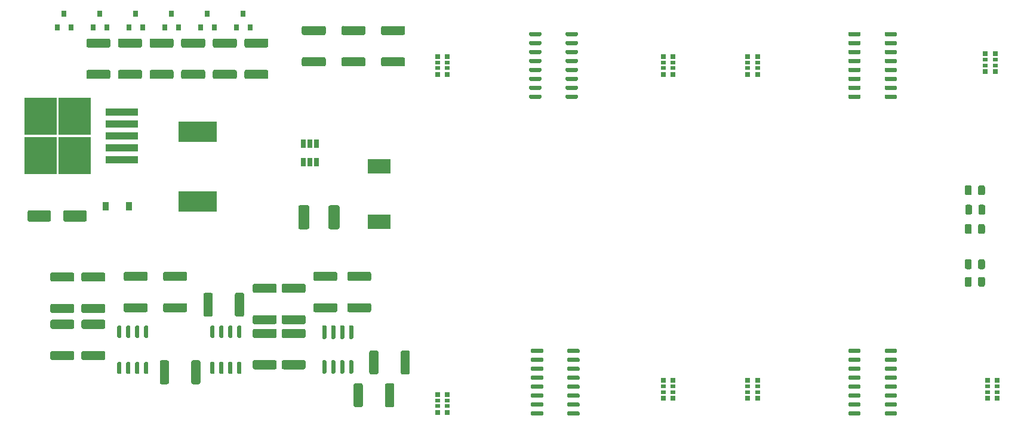
<source format=gtp>
%TF.GenerationSoftware,KiCad,Pcbnew,(5.1.12)-1*%
%TF.CreationDate,2023-05-21T12:59:29+02:00*%
%TF.ProjectId,roomcontroller,726f6f6d-636f-46e7-9472-6f6c6c65722e,rev?*%
%TF.SameCoordinates,Original*%
%TF.FileFunction,Paste,Top*%
%TF.FilePolarity,Positive*%
%FSLAX46Y46*%
G04 Gerber Fmt 4.6, Leading zero omitted, Abs format (unit mm)*
G04 Created by KiCad (PCBNEW (5.1.12)-1) date 2023-05-21 12:59:29*
%MOMM*%
%LPD*%
G01*
G04 APERTURE LIST*
%ADD10R,0.700000X0.640000*%
%ADD11R,0.700000X0.500000*%
%ADD12R,5.400000X2.900000*%
%ADD13R,3.200000X2.000000*%
%ADD14R,0.650000X1.220000*%
%ADD15R,0.800000X0.900000*%
%ADD16R,4.550000X5.250000*%
%ADD17R,4.600000X1.100000*%
%ADD18R,0.900000X1.200000*%
G04 APERTURE END LIST*
%TO.C,D6*%
G36*
G01*
X161450000Y-63693750D02*
X161450000Y-64606250D01*
G75*
G02*
X161206250Y-64850000I-243750J0D01*
G01*
X160718750Y-64850000D01*
G75*
G02*
X160475000Y-64606250I0J243750D01*
G01*
X160475000Y-63693750D01*
G75*
G02*
X160718750Y-63450000I243750J0D01*
G01*
X161206250Y-63450000D01*
G75*
G02*
X161450000Y-63693750I0J-243750D01*
G01*
G37*
G36*
G01*
X163325000Y-63693750D02*
X163325000Y-64606250D01*
G75*
G02*
X163081250Y-64850000I-243750J0D01*
G01*
X162593750Y-64850000D01*
G75*
G02*
X162350000Y-64606250I0J243750D01*
G01*
X162350000Y-63693750D01*
G75*
G02*
X162593750Y-63450000I243750J0D01*
G01*
X163081250Y-63450000D01*
G75*
G02*
X163325000Y-63693750I0J-243750D01*
G01*
G37*
%TD*%
%TO.C,D5*%
G36*
G01*
X161512500Y-66443750D02*
X161512500Y-67356250D01*
G75*
G02*
X161268750Y-67600000I-243750J0D01*
G01*
X160781250Y-67600000D01*
G75*
G02*
X160537500Y-67356250I0J243750D01*
G01*
X160537500Y-66443750D01*
G75*
G02*
X160781250Y-66200000I243750J0D01*
G01*
X161268750Y-66200000D01*
G75*
G02*
X161512500Y-66443750I0J-243750D01*
G01*
G37*
G36*
G01*
X163387500Y-66443750D02*
X163387500Y-67356250D01*
G75*
G02*
X163143750Y-67600000I-243750J0D01*
G01*
X162656250Y-67600000D01*
G75*
G02*
X162412500Y-67356250I0J243750D01*
G01*
X162412500Y-66443750D01*
G75*
G02*
X162656250Y-66200000I243750J0D01*
G01*
X163143750Y-66200000D01*
G75*
G02*
X163387500Y-66443750I0J-243750D01*
G01*
G37*
%TD*%
%TO.C,D4*%
G36*
G01*
X161450000Y-69193750D02*
X161450000Y-70106250D01*
G75*
G02*
X161206250Y-70350000I-243750J0D01*
G01*
X160718750Y-70350000D01*
G75*
G02*
X160475000Y-70106250I0J243750D01*
G01*
X160475000Y-69193750D01*
G75*
G02*
X160718750Y-68950000I243750J0D01*
G01*
X161206250Y-68950000D01*
G75*
G02*
X161450000Y-69193750I0J-243750D01*
G01*
G37*
G36*
G01*
X163325000Y-69193750D02*
X163325000Y-70106250D01*
G75*
G02*
X163081250Y-70350000I-243750J0D01*
G01*
X162593750Y-70350000D01*
G75*
G02*
X162350000Y-70106250I0J243750D01*
G01*
X162350000Y-69193750D01*
G75*
G02*
X162593750Y-68950000I243750J0D01*
G01*
X163081250Y-68950000D01*
G75*
G02*
X163325000Y-69193750I0J-243750D01*
G01*
G37*
%TD*%
%TO.C,D3*%
G36*
G01*
X161450000Y-74193750D02*
X161450000Y-75106250D01*
G75*
G02*
X161206250Y-75350000I-243750J0D01*
G01*
X160718750Y-75350000D01*
G75*
G02*
X160475000Y-75106250I0J243750D01*
G01*
X160475000Y-74193750D01*
G75*
G02*
X160718750Y-73950000I243750J0D01*
G01*
X161206250Y-73950000D01*
G75*
G02*
X161450000Y-74193750I0J-243750D01*
G01*
G37*
G36*
G01*
X163325000Y-74193750D02*
X163325000Y-75106250D01*
G75*
G02*
X163081250Y-75350000I-243750J0D01*
G01*
X162593750Y-75350000D01*
G75*
G02*
X162350000Y-75106250I0J243750D01*
G01*
X162350000Y-74193750D01*
G75*
G02*
X162593750Y-73950000I243750J0D01*
G01*
X163081250Y-73950000D01*
G75*
G02*
X163325000Y-74193750I0J-243750D01*
G01*
G37*
%TD*%
%TO.C,D2*%
G36*
G01*
X161450000Y-76693750D02*
X161450000Y-77606250D01*
G75*
G02*
X161206250Y-77850000I-243750J0D01*
G01*
X160718750Y-77850000D01*
G75*
G02*
X160475000Y-77606250I0J243750D01*
G01*
X160475000Y-76693750D01*
G75*
G02*
X160718750Y-76450000I243750J0D01*
G01*
X161206250Y-76450000D01*
G75*
G02*
X161450000Y-76693750I0J-243750D01*
G01*
G37*
G36*
G01*
X163325000Y-76693750D02*
X163325000Y-77606250D01*
G75*
G02*
X163081250Y-77850000I-243750J0D01*
G01*
X162593750Y-77850000D01*
G75*
G02*
X162350000Y-77606250I0J243750D01*
G01*
X162350000Y-76693750D01*
G75*
G02*
X162593750Y-76450000I243750J0D01*
G01*
X163081250Y-76450000D01*
G75*
G02*
X163325000Y-76693750I0J-243750D01*
G01*
G37*
%TD*%
%TO.C,U4*%
G36*
G01*
X149100000Y-42105000D02*
X149100000Y-41805000D01*
G75*
G02*
X149250000Y-41655000I150000J0D01*
G01*
X150700000Y-41655000D01*
G75*
G02*
X150850000Y-41805000I0J-150000D01*
G01*
X150850000Y-42105000D01*
G75*
G02*
X150700000Y-42255000I-150000J0D01*
G01*
X149250000Y-42255000D01*
G75*
G02*
X149100000Y-42105000I0J150000D01*
G01*
G37*
G36*
G01*
X149100000Y-43375000D02*
X149100000Y-43075000D01*
G75*
G02*
X149250000Y-42925000I150000J0D01*
G01*
X150700000Y-42925000D01*
G75*
G02*
X150850000Y-43075000I0J-150000D01*
G01*
X150850000Y-43375000D01*
G75*
G02*
X150700000Y-43525000I-150000J0D01*
G01*
X149250000Y-43525000D01*
G75*
G02*
X149100000Y-43375000I0J150000D01*
G01*
G37*
G36*
G01*
X149100000Y-44645000D02*
X149100000Y-44345000D01*
G75*
G02*
X149250000Y-44195000I150000J0D01*
G01*
X150700000Y-44195000D01*
G75*
G02*
X150850000Y-44345000I0J-150000D01*
G01*
X150850000Y-44645000D01*
G75*
G02*
X150700000Y-44795000I-150000J0D01*
G01*
X149250000Y-44795000D01*
G75*
G02*
X149100000Y-44645000I0J150000D01*
G01*
G37*
G36*
G01*
X149100000Y-45915000D02*
X149100000Y-45615000D01*
G75*
G02*
X149250000Y-45465000I150000J0D01*
G01*
X150700000Y-45465000D01*
G75*
G02*
X150850000Y-45615000I0J-150000D01*
G01*
X150850000Y-45915000D01*
G75*
G02*
X150700000Y-46065000I-150000J0D01*
G01*
X149250000Y-46065000D01*
G75*
G02*
X149100000Y-45915000I0J150000D01*
G01*
G37*
G36*
G01*
X149100000Y-47185000D02*
X149100000Y-46885000D01*
G75*
G02*
X149250000Y-46735000I150000J0D01*
G01*
X150700000Y-46735000D01*
G75*
G02*
X150850000Y-46885000I0J-150000D01*
G01*
X150850000Y-47185000D01*
G75*
G02*
X150700000Y-47335000I-150000J0D01*
G01*
X149250000Y-47335000D01*
G75*
G02*
X149100000Y-47185000I0J150000D01*
G01*
G37*
G36*
G01*
X149100000Y-48455000D02*
X149100000Y-48155000D01*
G75*
G02*
X149250000Y-48005000I150000J0D01*
G01*
X150700000Y-48005000D01*
G75*
G02*
X150850000Y-48155000I0J-150000D01*
G01*
X150850000Y-48455000D01*
G75*
G02*
X150700000Y-48605000I-150000J0D01*
G01*
X149250000Y-48605000D01*
G75*
G02*
X149100000Y-48455000I0J150000D01*
G01*
G37*
G36*
G01*
X149100000Y-49725000D02*
X149100000Y-49425000D01*
G75*
G02*
X149250000Y-49275000I150000J0D01*
G01*
X150700000Y-49275000D01*
G75*
G02*
X150850000Y-49425000I0J-150000D01*
G01*
X150850000Y-49725000D01*
G75*
G02*
X150700000Y-49875000I-150000J0D01*
G01*
X149250000Y-49875000D01*
G75*
G02*
X149100000Y-49725000I0J150000D01*
G01*
G37*
G36*
G01*
X149100000Y-50995000D02*
X149100000Y-50695000D01*
G75*
G02*
X149250000Y-50545000I150000J0D01*
G01*
X150700000Y-50545000D01*
G75*
G02*
X150850000Y-50695000I0J-150000D01*
G01*
X150850000Y-50995000D01*
G75*
G02*
X150700000Y-51145000I-150000J0D01*
G01*
X149250000Y-51145000D01*
G75*
G02*
X149100000Y-50995000I0J150000D01*
G01*
G37*
G36*
G01*
X143950000Y-50995000D02*
X143950000Y-50695000D01*
G75*
G02*
X144100000Y-50545000I150000J0D01*
G01*
X145550000Y-50545000D01*
G75*
G02*
X145700000Y-50695000I0J-150000D01*
G01*
X145700000Y-50995000D01*
G75*
G02*
X145550000Y-51145000I-150000J0D01*
G01*
X144100000Y-51145000D01*
G75*
G02*
X143950000Y-50995000I0J150000D01*
G01*
G37*
G36*
G01*
X143950000Y-49725000D02*
X143950000Y-49425000D01*
G75*
G02*
X144100000Y-49275000I150000J0D01*
G01*
X145550000Y-49275000D01*
G75*
G02*
X145700000Y-49425000I0J-150000D01*
G01*
X145700000Y-49725000D01*
G75*
G02*
X145550000Y-49875000I-150000J0D01*
G01*
X144100000Y-49875000D01*
G75*
G02*
X143950000Y-49725000I0J150000D01*
G01*
G37*
G36*
G01*
X143950000Y-48455000D02*
X143950000Y-48155000D01*
G75*
G02*
X144100000Y-48005000I150000J0D01*
G01*
X145550000Y-48005000D01*
G75*
G02*
X145700000Y-48155000I0J-150000D01*
G01*
X145700000Y-48455000D01*
G75*
G02*
X145550000Y-48605000I-150000J0D01*
G01*
X144100000Y-48605000D01*
G75*
G02*
X143950000Y-48455000I0J150000D01*
G01*
G37*
G36*
G01*
X143950000Y-47185000D02*
X143950000Y-46885000D01*
G75*
G02*
X144100000Y-46735000I150000J0D01*
G01*
X145550000Y-46735000D01*
G75*
G02*
X145700000Y-46885000I0J-150000D01*
G01*
X145700000Y-47185000D01*
G75*
G02*
X145550000Y-47335000I-150000J0D01*
G01*
X144100000Y-47335000D01*
G75*
G02*
X143950000Y-47185000I0J150000D01*
G01*
G37*
G36*
G01*
X143950000Y-45915000D02*
X143950000Y-45615000D01*
G75*
G02*
X144100000Y-45465000I150000J0D01*
G01*
X145550000Y-45465000D01*
G75*
G02*
X145700000Y-45615000I0J-150000D01*
G01*
X145700000Y-45915000D01*
G75*
G02*
X145550000Y-46065000I-150000J0D01*
G01*
X144100000Y-46065000D01*
G75*
G02*
X143950000Y-45915000I0J150000D01*
G01*
G37*
G36*
G01*
X143950000Y-44645000D02*
X143950000Y-44345000D01*
G75*
G02*
X144100000Y-44195000I150000J0D01*
G01*
X145550000Y-44195000D01*
G75*
G02*
X145700000Y-44345000I0J-150000D01*
G01*
X145700000Y-44645000D01*
G75*
G02*
X145550000Y-44795000I-150000J0D01*
G01*
X144100000Y-44795000D01*
G75*
G02*
X143950000Y-44645000I0J150000D01*
G01*
G37*
G36*
G01*
X143950000Y-43375000D02*
X143950000Y-43075000D01*
G75*
G02*
X144100000Y-42925000I150000J0D01*
G01*
X145550000Y-42925000D01*
G75*
G02*
X145700000Y-43075000I0J-150000D01*
G01*
X145700000Y-43375000D01*
G75*
G02*
X145550000Y-43525000I-150000J0D01*
G01*
X144100000Y-43525000D01*
G75*
G02*
X143950000Y-43375000I0J150000D01*
G01*
G37*
G36*
G01*
X143950000Y-42105000D02*
X143950000Y-41805000D01*
G75*
G02*
X144100000Y-41655000I150000J0D01*
G01*
X145550000Y-41655000D01*
G75*
G02*
X145700000Y-41805000I0J-150000D01*
G01*
X145700000Y-42105000D01*
G75*
G02*
X145550000Y-42255000I-150000J0D01*
G01*
X144100000Y-42255000D01*
G75*
G02*
X143950000Y-42105000I0J150000D01*
G01*
G37*
%TD*%
D10*
%TO.C,RN8*%
X129700000Y-45130000D03*
D11*
X129700000Y-46800000D03*
X129700000Y-46000000D03*
D10*
X129700000Y-47670000D03*
D11*
X131100000Y-46000000D03*
D10*
X131100000Y-45130000D03*
D11*
X131100000Y-46800000D03*
D10*
X131100000Y-47670000D03*
%TD*%
%TO.C,RN7*%
X163400000Y-44730000D03*
D11*
X163400000Y-46400000D03*
X163400000Y-45600000D03*
D10*
X163400000Y-47270000D03*
D11*
X164800000Y-45600000D03*
D10*
X164800000Y-44730000D03*
D11*
X164800000Y-46400000D03*
D10*
X164800000Y-47270000D03*
%TD*%
%TO.C,RN6*%
X119100000Y-93670000D03*
D11*
X119100000Y-92000000D03*
X119100000Y-92800000D03*
D10*
X119100000Y-91130000D03*
D11*
X117700000Y-92800000D03*
D10*
X117700000Y-93670000D03*
D11*
X117700000Y-92000000D03*
D10*
X117700000Y-91130000D03*
%TD*%
%TO.C,RN5*%
X87100000Y-95670000D03*
D11*
X87100000Y-94000000D03*
X87100000Y-94800000D03*
D10*
X87100000Y-93130000D03*
D11*
X85700000Y-94800000D03*
D10*
X85700000Y-95670000D03*
D11*
X85700000Y-94000000D03*
D10*
X85700000Y-93130000D03*
%TD*%
%TO.C,RN4*%
X165100000Y-93670000D03*
D11*
X165100000Y-92000000D03*
X165100000Y-92800000D03*
D10*
X165100000Y-91130000D03*
D11*
X163700000Y-92800000D03*
D10*
X163700000Y-93670000D03*
D11*
X163700000Y-92000000D03*
D10*
X163700000Y-91130000D03*
%TD*%
%TO.C,RN3*%
X131100000Y-93670000D03*
D11*
X131100000Y-92000000D03*
X131100000Y-92800000D03*
D10*
X131100000Y-91130000D03*
D11*
X129700000Y-92800000D03*
D10*
X129700000Y-93670000D03*
D11*
X129700000Y-92000000D03*
D10*
X129700000Y-91130000D03*
%TD*%
%TO.C,RN2*%
X85700000Y-45130000D03*
D11*
X85700000Y-46800000D03*
X85700000Y-46000000D03*
D10*
X85700000Y-47670000D03*
D11*
X87100000Y-46000000D03*
D10*
X87100000Y-45130000D03*
D11*
X87100000Y-46800000D03*
D10*
X87100000Y-47670000D03*
%TD*%
%TO.C,RN1*%
X117700000Y-45130000D03*
D11*
X117700000Y-46800000D03*
X117700000Y-46000000D03*
D10*
X117700000Y-47670000D03*
D11*
X119100000Y-46000000D03*
D10*
X119100000Y-45130000D03*
D11*
X119100000Y-46800000D03*
D10*
X119100000Y-47670000D03*
%TD*%
%TO.C,U3*%
G36*
G01*
X100700000Y-95695000D02*
X100700000Y-95995000D01*
G75*
G02*
X100550000Y-96145000I-150000J0D01*
G01*
X99100000Y-96145000D01*
G75*
G02*
X98950000Y-95995000I0J150000D01*
G01*
X98950000Y-95695000D01*
G75*
G02*
X99100000Y-95545000I150000J0D01*
G01*
X100550000Y-95545000D01*
G75*
G02*
X100700000Y-95695000I0J-150000D01*
G01*
G37*
G36*
G01*
X100700000Y-94425000D02*
X100700000Y-94725000D01*
G75*
G02*
X100550000Y-94875000I-150000J0D01*
G01*
X99100000Y-94875000D01*
G75*
G02*
X98950000Y-94725000I0J150000D01*
G01*
X98950000Y-94425000D01*
G75*
G02*
X99100000Y-94275000I150000J0D01*
G01*
X100550000Y-94275000D01*
G75*
G02*
X100700000Y-94425000I0J-150000D01*
G01*
G37*
G36*
G01*
X100700000Y-93155000D02*
X100700000Y-93455000D01*
G75*
G02*
X100550000Y-93605000I-150000J0D01*
G01*
X99100000Y-93605000D01*
G75*
G02*
X98950000Y-93455000I0J150000D01*
G01*
X98950000Y-93155000D01*
G75*
G02*
X99100000Y-93005000I150000J0D01*
G01*
X100550000Y-93005000D01*
G75*
G02*
X100700000Y-93155000I0J-150000D01*
G01*
G37*
G36*
G01*
X100700000Y-91885000D02*
X100700000Y-92185000D01*
G75*
G02*
X100550000Y-92335000I-150000J0D01*
G01*
X99100000Y-92335000D01*
G75*
G02*
X98950000Y-92185000I0J150000D01*
G01*
X98950000Y-91885000D01*
G75*
G02*
X99100000Y-91735000I150000J0D01*
G01*
X100550000Y-91735000D01*
G75*
G02*
X100700000Y-91885000I0J-150000D01*
G01*
G37*
G36*
G01*
X100700000Y-90615000D02*
X100700000Y-90915000D01*
G75*
G02*
X100550000Y-91065000I-150000J0D01*
G01*
X99100000Y-91065000D01*
G75*
G02*
X98950000Y-90915000I0J150000D01*
G01*
X98950000Y-90615000D01*
G75*
G02*
X99100000Y-90465000I150000J0D01*
G01*
X100550000Y-90465000D01*
G75*
G02*
X100700000Y-90615000I0J-150000D01*
G01*
G37*
G36*
G01*
X100700000Y-89345000D02*
X100700000Y-89645000D01*
G75*
G02*
X100550000Y-89795000I-150000J0D01*
G01*
X99100000Y-89795000D01*
G75*
G02*
X98950000Y-89645000I0J150000D01*
G01*
X98950000Y-89345000D01*
G75*
G02*
X99100000Y-89195000I150000J0D01*
G01*
X100550000Y-89195000D01*
G75*
G02*
X100700000Y-89345000I0J-150000D01*
G01*
G37*
G36*
G01*
X100700000Y-88075000D02*
X100700000Y-88375000D01*
G75*
G02*
X100550000Y-88525000I-150000J0D01*
G01*
X99100000Y-88525000D01*
G75*
G02*
X98950000Y-88375000I0J150000D01*
G01*
X98950000Y-88075000D01*
G75*
G02*
X99100000Y-87925000I150000J0D01*
G01*
X100550000Y-87925000D01*
G75*
G02*
X100700000Y-88075000I0J-150000D01*
G01*
G37*
G36*
G01*
X100700000Y-86805000D02*
X100700000Y-87105000D01*
G75*
G02*
X100550000Y-87255000I-150000J0D01*
G01*
X99100000Y-87255000D01*
G75*
G02*
X98950000Y-87105000I0J150000D01*
G01*
X98950000Y-86805000D01*
G75*
G02*
X99100000Y-86655000I150000J0D01*
G01*
X100550000Y-86655000D01*
G75*
G02*
X100700000Y-86805000I0J-150000D01*
G01*
G37*
G36*
G01*
X105850000Y-86805000D02*
X105850000Y-87105000D01*
G75*
G02*
X105700000Y-87255000I-150000J0D01*
G01*
X104250000Y-87255000D01*
G75*
G02*
X104100000Y-87105000I0J150000D01*
G01*
X104100000Y-86805000D01*
G75*
G02*
X104250000Y-86655000I150000J0D01*
G01*
X105700000Y-86655000D01*
G75*
G02*
X105850000Y-86805000I0J-150000D01*
G01*
G37*
G36*
G01*
X105850000Y-88075000D02*
X105850000Y-88375000D01*
G75*
G02*
X105700000Y-88525000I-150000J0D01*
G01*
X104250000Y-88525000D01*
G75*
G02*
X104100000Y-88375000I0J150000D01*
G01*
X104100000Y-88075000D01*
G75*
G02*
X104250000Y-87925000I150000J0D01*
G01*
X105700000Y-87925000D01*
G75*
G02*
X105850000Y-88075000I0J-150000D01*
G01*
G37*
G36*
G01*
X105850000Y-89345000D02*
X105850000Y-89645000D01*
G75*
G02*
X105700000Y-89795000I-150000J0D01*
G01*
X104250000Y-89795000D01*
G75*
G02*
X104100000Y-89645000I0J150000D01*
G01*
X104100000Y-89345000D01*
G75*
G02*
X104250000Y-89195000I150000J0D01*
G01*
X105700000Y-89195000D01*
G75*
G02*
X105850000Y-89345000I0J-150000D01*
G01*
G37*
G36*
G01*
X105850000Y-90615000D02*
X105850000Y-90915000D01*
G75*
G02*
X105700000Y-91065000I-150000J0D01*
G01*
X104250000Y-91065000D01*
G75*
G02*
X104100000Y-90915000I0J150000D01*
G01*
X104100000Y-90615000D01*
G75*
G02*
X104250000Y-90465000I150000J0D01*
G01*
X105700000Y-90465000D01*
G75*
G02*
X105850000Y-90615000I0J-150000D01*
G01*
G37*
G36*
G01*
X105850000Y-91885000D02*
X105850000Y-92185000D01*
G75*
G02*
X105700000Y-92335000I-150000J0D01*
G01*
X104250000Y-92335000D01*
G75*
G02*
X104100000Y-92185000I0J150000D01*
G01*
X104100000Y-91885000D01*
G75*
G02*
X104250000Y-91735000I150000J0D01*
G01*
X105700000Y-91735000D01*
G75*
G02*
X105850000Y-91885000I0J-150000D01*
G01*
G37*
G36*
G01*
X105850000Y-93155000D02*
X105850000Y-93455000D01*
G75*
G02*
X105700000Y-93605000I-150000J0D01*
G01*
X104250000Y-93605000D01*
G75*
G02*
X104100000Y-93455000I0J150000D01*
G01*
X104100000Y-93155000D01*
G75*
G02*
X104250000Y-93005000I150000J0D01*
G01*
X105700000Y-93005000D01*
G75*
G02*
X105850000Y-93155000I0J-150000D01*
G01*
G37*
G36*
G01*
X105850000Y-94425000D02*
X105850000Y-94725000D01*
G75*
G02*
X105700000Y-94875000I-150000J0D01*
G01*
X104250000Y-94875000D01*
G75*
G02*
X104100000Y-94725000I0J150000D01*
G01*
X104100000Y-94425000D01*
G75*
G02*
X104250000Y-94275000I150000J0D01*
G01*
X105700000Y-94275000D01*
G75*
G02*
X105850000Y-94425000I0J-150000D01*
G01*
G37*
G36*
G01*
X105850000Y-95695000D02*
X105850000Y-95995000D01*
G75*
G02*
X105700000Y-96145000I-150000J0D01*
G01*
X104250000Y-96145000D01*
G75*
G02*
X104100000Y-95995000I0J150000D01*
G01*
X104100000Y-95695000D01*
G75*
G02*
X104250000Y-95545000I150000J0D01*
G01*
X105700000Y-95545000D01*
G75*
G02*
X105850000Y-95695000I0J-150000D01*
G01*
G37*
%TD*%
%TO.C,U2*%
G36*
G01*
X145700000Y-95695000D02*
X145700000Y-95995000D01*
G75*
G02*
X145550000Y-96145000I-150000J0D01*
G01*
X144100000Y-96145000D01*
G75*
G02*
X143950000Y-95995000I0J150000D01*
G01*
X143950000Y-95695000D01*
G75*
G02*
X144100000Y-95545000I150000J0D01*
G01*
X145550000Y-95545000D01*
G75*
G02*
X145700000Y-95695000I0J-150000D01*
G01*
G37*
G36*
G01*
X145700000Y-94425000D02*
X145700000Y-94725000D01*
G75*
G02*
X145550000Y-94875000I-150000J0D01*
G01*
X144100000Y-94875000D01*
G75*
G02*
X143950000Y-94725000I0J150000D01*
G01*
X143950000Y-94425000D01*
G75*
G02*
X144100000Y-94275000I150000J0D01*
G01*
X145550000Y-94275000D01*
G75*
G02*
X145700000Y-94425000I0J-150000D01*
G01*
G37*
G36*
G01*
X145700000Y-93155000D02*
X145700000Y-93455000D01*
G75*
G02*
X145550000Y-93605000I-150000J0D01*
G01*
X144100000Y-93605000D01*
G75*
G02*
X143950000Y-93455000I0J150000D01*
G01*
X143950000Y-93155000D01*
G75*
G02*
X144100000Y-93005000I150000J0D01*
G01*
X145550000Y-93005000D01*
G75*
G02*
X145700000Y-93155000I0J-150000D01*
G01*
G37*
G36*
G01*
X145700000Y-91885000D02*
X145700000Y-92185000D01*
G75*
G02*
X145550000Y-92335000I-150000J0D01*
G01*
X144100000Y-92335000D01*
G75*
G02*
X143950000Y-92185000I0J150000D01*
G01*
X143950000Y-91885000D01*
G75*
G02*
X144100000Y-91735000I150000J0D01*
G01*
X145550000Y-91735000D01*
G75*
G02*
X145700000Y-91885000I0J-150000D01*
G01*
G37*
G36*
G01*
X145700000Y-90615000D02*
X145700000Y-90915000D01*
G75*
G02*
X145550000Y-91065000I-150000J0D01*
G01*
X144100000Y-91065000D01*
G75*
G02*
X143950000Y-90915000I0J150000D01*
G01*
X143950000Y-90615000D01*
G75*
G02*
X144100000Y-90465000I150000J0D01*
G01*
X145550000Y-90465000D01*
G75*
G02*
X145700000Y-90615000I0J-150000D01*
G01*
G37*
G36*
G01*
X145700000Y-89345000D02*
X145700000Y-89645000D01*
G75*
G02*
X145550000Y-89795000I-150000J0D01*
G01*
X144100000Y-89795000D01*
G75*
G02*
X143950000Y-89645000I0J150000D01*
G01*
X143950000Y-89345000D01*
G75*
G02*
X144100000Y-89195000I150000J0D01*
G01*
X145550000Y-89195000D01*
G75*
G02*
X145700000Y-89345000I0J-150000D01*
G01*
G37*
G36*
G01*
X145700000Y-88075000D02*
X145700000Y-88375000D01*
G75*
G02*
X145550000Y-88525000I-150000J0D01*
G01*
X144100000Y-88525000D01*
G75*
G02*
X143950000Y-88375000I0J150000D01*
G01*
X143950000Y-88075000D01*
G75*
G02*
X144100000Y-87925000I150000J0D01*
G01*
X145550000Y-87925000D01*
G75*
G02*
X145700000Y-88075000I0J-150000D01*
G01*
G37*
G36*
G01*
X145700000Y-86805000D02*
X145700000Y-87105000D01*
G75*
G02*
X145550000Y-87255000I-150000J0D01*
G01*
X144100000Y-87255000D01*
G75*
G02*
X143950000Y-87105000I0J150000D01*
G01*
X143950000Y-86805000D01*
G75*
G02*
X144100000Y-86655000I150000J0D01*
G01*
X145550000Y-86655000D01*
G75*
G02*
X145700000Y-86805000I0J-150000D01*
G01*
G37*
G36*
G01*
X150850000Y-86805000D02*
X150850000Y-87105000D01*
G75*
G02*
X150700000Y-87255000I-150000J0D01*
G01*
X149250000Y-87255000D01*
G75*
G02*
X149100000Y-87105000I0J150000D01*
G01*
X149100000Y-86805000D01*
G75*
G02*
X149250000Y-86655000I150000J0D01*
G01*
X150700000Y-86655000D01*
G75*
G02*
X150850000Y-86805000I0J-150000D01*
G01*
G37*
G36*
G01*
X150850000Y-88075000D02*
X150850000Y-88375000D01*
G75*
G02*
X150700000Y-88525000I-150000J0D01*
G01*
X149250000Y-88525000D01*
G75*
G02*
X149100000Y-88375000I0J150000D01*
G01*
X149100000Y-88075000D01*
G75*
G02*
X149250000Y-87925000I150000J0D01*
G01*
X150700000Y-87925000D01*
G75*
G02*
X150850000Y-88075000I0J-150000D01*
G01*
G37*
G36*
G01*
X150850000Y-89345000D02*
X150850000Y-89645000D01*
G75*
G02*
X150700000Y-89795000I-150000J0D01*
G01*
X149250000Y-89795000D01*
G75*
G02*
X149100000Y-89645000I0J150000D01*
G01*
X149100000Y-89345000D01*
G75*
G02*
X149250000Y-89195000I150000J0D01*
G01*
X150700000Y-89195000D01*
G75*
G02*
X150850000Y-89345000I0J-150000D01*
G01*
G37*
G36*
G01*
X150850000Y-90615000D02*
X150850000Y-90915000D01*
G75*
G02*
X150700000Y-91065000I-150000J0D01*
G01*
X149250000Y-91065000D01*
G75*
G02*
X149100000Y-90915000I0J150000D01*
G01*
X149100000Y-90615000D01*
G75*
G02*
X149250000Y-90465000I150000J0D01*
G01*
X150700000Y-90465000D01*
G75*
G02*
X150850000Y-90615000I0J-150000D01*
G01*
G37*
G36*
G01*
X150850000Y-91885000D02*
X150850000Y-92185000D01*
G75*
G02*
X150700000Y-92335000I-150000J0D01*
G01*
X149250000Y-92335000D01*
G75*
G02*
X149100000Y-92185000I0J150000D01*
G01*
X149100000Y-91885000D01*
G75*
G02*
X149250000Y-91735000I150000J0D01*
G01*
X150700000Y-91735000D01*
G75*
G02*
X150850000Y-91885000I0J-150000D01*
G01*
G37*
G36*
G01*
X150850000Y-93155000D02*
X150850000Y-93455000D01*
G75*
G02*
X150700000Y-93605000I-150000J0D01*
G01*
X149250000Y-93605000D01*
G75*
G02*
X149100000Y-93455000I0J150000D01*
G01*
X149100000Y-93155000D01*
G75*
G02*
X149250000Y-93005000I150000J0D01*
G01*
X150700000Y-93005000D01*
G75*
G02*
X150850000Y-93155000I0J-150000D01*
G01*
G37*
G36*
G01*
X150850000Y-94425000D02*
X150850000Y-94725000D01*
G75*
G02*
X150700000Y-94875000I-150000J0D01*
G01*
X149250000Y-94875000D01*
G75*
G02*
X149100000Y-94725000I0J150000D01*
G01*
X149100000Y-94425000D01*
G75*
G02*
X149250000Y-94275000I150000J0D01*
G01*
X150700000Y-94275000D01*
G75*
G02*
X150850000Y-94425000I0J-150000D01*
G01*
G37*
G36*
G01*
X150850000Y-95695000D02*
X150850000Y-95995000D01*
G75*
G02*
X150700000Y-96145000I-150000J0D01*
G01*
X149250000Y-96145000D01*
G75*
G02*
X149100000Y-95995000I0J150000D01*
G01*
X149100000Y-95695000D01*
G75*
G02*
X149250000Y-95545000I150000J0D01*
G01*
X150700000Y-95545000D01*
G75*
G02*
X150850000Y-95695000I0J-150000D01*
G01*
G37*
%TD*%
%TO.C,U1*%
G36*
G01*
X103850000Y-42105000D02*
X103850000Y-41805000D01*
G75*
G02*
X104000000Y-41655000I150000J0D01*
G01*
X105450000Y-41655000D01*
G75*
G02*
X105600000Y-41805000I0J-150000D01*
G01*
X105600000Y-42105000D01*
G75*
G02*
X105450000Y-42255000I-150000J0D01*
G01*
X104000000Y-42255000D01*
G75*
G02*
X103850000Y-42105000I0J150000D01*
G01*
G37*
G36*
G01*
X103850000Y-43375000D02*
X103850000Y-43075000D01*
G75*
G02*
X104000000Y-42925000I150000J0D01*
G01*
X105450000Y-42925000D01*
G75*
G02*
X105600000Y-43075000I0J-150000D01*
G01*
X105600000Y-43375000D01*
G75*
G02*
X105450000Y-43525000I-150000J0D01*
G01*
X104000000Y-43525000D01*
G75*
G02*
X103850000Y-43375000I0J150000D01*
G01*
G37*
G36*
G01*
X103850000Y-44645000D02*
X103850000Y-44345000D01*
G75*
G02*
X104000000Y-44195000I150000J0D01*
G01*
X105450000Y-44195000D01*
G75*
G02*
X105600000Y-44345000I0J-150000D01*
G01*
X105600000Y-44645000D01*
G75*
G02*
X105450000Y-44795000I-150000J0D01*
G01*
X104000000Y-44795000D01*
G75*
G02*
X103850000Y-44645000I0J150000D01*
G01*
G37*
G36*
G01*
X103850000Y-45915000D02*
X103850000Y-45615000D01*
G75*
G02*
X104000000Y-45465000I150000J0D01*
G01*
X105450000Y-45465000D01*
G75*
G02*
X105600000Y-45615000I0J-150000D01*
G01*
X105600000Y-45915000D01*
G75*
G02*
X105450000Y-46065000I-150000J0D01*
G01*
X104000000Y-46065000D01*
G75*
G02*
X103850000Y-45915000I0J150000D01*
G01*
G37*
G36*
G01*
X103850000Y-47185000D02*
X103850000Y-46885000D01*
G75*
G02*
X104000000Y-46735000I150000J0D01*
G01*
X105450000Y-46735000D01*
G75*
G02*
X105600000Y-46885000I0J-150000D01*
G01*
X105600000Y-47185000D01*
G75*
G02*
X105450000Y-47335000I-150000J0D01*
G01*
X104000000Y-47335000D01*
G75*
G02*
X103850000Y-47185000I0J150000D01*
G01*
G37*
G36*
G01*
X103850000Y-48455000D02*
X103850000Y-48155000D01*
G75*
G02*
X104000000Y-48005000I150000J0D01*
G01*
X105450000Y-48005000D01*
G75*
G02*
X105600000Y-48155000I0J-150000D01*
G01*
X105600000Y-48455000D01*
G75*
G02*
X105450000Y-48605000I-150000J0D01*
G01*
X104000000Y-48605000D01*
G75*
G02*
X103850000Y-48455000I0J150000D01*
G01*
G37*
G36*
G01*
X103850000Y-49725000D02*
X103850000Y-49425000D01*
G75*
G02*
X104000000Y-49275000I150000J0D01*
G01*
X105450000Y-49275000D01*
G75*
G02*
X105600000Y-49425000I0J-150000D01*
G01*
X105600000Y-49725000D01*
G75*
G02*
X105450000Y-49875000I-150000J0D01*
G01*
X104000000Y-49875000D01*
G75*
G02*
X103850000Y-49725000I0J150000D01*
G01*
G37*
G36*
G01*
X103850000Y-50995000D02*
X103850000Y-50695000D01*
G75*
G02*
X104000000Y-50545000I150000J0D01*
G01*
X105450000Y-50545000D01*
G75*
G02*
X105600000Y-50695000I0J-150000D01*
G01*
X105600000Y-50995000D01*
G75*
G02*
X105450000Y-51145000I-150000J0D01*
G01*
X104000000Y-51145000D01*
G75*
G02*
X103850000Y-50995000I0J150000D01*
G01*
G37*
G36*
G01*
X98700000Y-50995000D02*
X98700000Y-50695000D01*
G75*
G02*
X98850000Y-50545000I150000J0D01*
G01*
X100300000Y-50545000D01*
G75*
G02*
X100450000Y-50695000I0J-150000D01*
G01*
X100450000Y-50995000D01*
G75*
G02*
X100300000Y-51145000I-150000J0D01*
G01*
X98850000Y-51145000D01*
G75*
G02*
X98700000Y-50995000I0J150000D01*
G01*
G37*
G36*
G01*
X98700000Y-49725000D02*
X98700000Y-49425000D01*
G75*
G02*
X98850000Y-49275000I150000J0D01*
G01*
X100300000Y-49275000D01*
G75*
G02*
X100450000Y-49425000I0J-150000D01*
G01*
X100450000Y-49725000D01*
G75*
G02*
X100300000Y-49875000I-150000J0D01*
G01*
X98850000Y-49875000D01*
G75*
G02*
X98700000Y-49725000I0J150000D01*
G01*
G37*
G36*
G01*
X98700000Y-48455000D02*
X98700000Y-48155000D01*
G75*
G02*
X98850000Y-48005000I150000J0D01*
G01*
X100300000Y-48005000D01*
G75*
G02*
X100450000Y-48155000I0J-150000D01*
G01*
X100450000Y-48455000D01*
G75*
G02*
X100300000Y-48605000I-150000J0D01*
G01*
X98850000Y-48605000D01*
G75*
G02*
X98700000Y-48455000I0J150000D01*
G01*
G37*
G36*
G01*
X98700000Y-47185000D02*
X98700000Y-46885000D01*
G75*
G02*
X98850000Y-46735000I150000J0D01*
G01*
X100300000Y-46735000D01*
G75*
G02*
X100450000Y-46885000I0J-150000D01*
G01*
X100450000Y-47185000D01*
G75*
G02*
X100300000Y-47335000I-150000J0D01*
G01*
X98850000Y-47335000D01*
G75*
G02*
X98700000Y-47185000I0J150000D01*
G01*
G37*
G36*
G01*
X98700000Y-45915000D02*
X98700000Y-45615000D01*
G75*
G02*
X98850000Y-45465000I150000J0D01*
G01*
X100300000Y-45465000D01*
G75*
G02*
X100450000Y-45615000I0J-150000D01*
G01*
X100450000Y-45915000D01*
G75*
G02*
X100300000Y-46065000I-150000J0D01*
G01*
X98850000Y-46065000D01*
G75*
G02*
X98700000Y-45915000I0J150000D01*
G01*
G37*
G36*
G01*
X98700000Y-44645000D02*
X98700000Y-44345000D01*
G75*
G02*
X98850000Y-44195000I150000J0D01*
G01*
X100300000Y-44195000D01*
G75*
G02*
X100450000Y-44345000I0J-150000D01*
G01*
X100450000Y-44645000D01*
G75*
G02*
X100300000Y-44795000I-150000J0D01*
G01*
X98850000Y-44795000D01*
G75*
G02*
X98700000Y-44645000I0J150000D01*
G01*
G37*
G36*
G01*
X98700000Y-43375000D02*
X98700000Y-43075000D01*
G75*
G02*
X98850000Y-42925000I150000J0D01*
G01*
X100300000Y-42925000D01*
G75*
G02*
X100450000Y-43075000I0J-150000D01*
G01*
X100450000Y-43375000D01*
G75*
G02*
X100300000Y-43525000I-150000J0D01*
G01*
X98850000Y-43525000D01*
G75*
G02*
X98700000Y-43375000I0J150000D01*
G01*
G37*
G36*
G01*
X98700000Y-42105000D02*
X98700000Y-41805000D01*
G75*
G02*
X98850000Y-41655000I150000J0D01*
G01*
X100300000Y-41655000D01*
G75*
G02*
X100450000Y-41805000I0J-150000D01*
G01*
X100450000Y-42105000D01*
G75*
G02*
X100300000Y-42255000I-150000J0D01*
G01*
X98850000Y-42255000D01*
G75*
G02*
X98700000Y-42105000I0J150000D01*
G01*
G37*
%TD*%
%TO.C,C1*%
G36*
G01*
X32635000Y-68350000D02*
X32635000Y-67250000D01*
G75*
G02*
X32885000Y-67000000I250000J0D01*
G01*
X35710000Y-67000000D01*
G75*
G02*
X35960000Y-67250000I0J-250000D01*
G01*
X35960000Y-68350000D01*
G75*
G02*
X35710000Y-68600000I-250000J0D01*
G01*
X32885000Y-68600000D01*
G75*
G02*
X32635000Y-68350000I0J250000D01*
G01*
G37*
G36*
G01*
X27560000Y-68350000D02*
X27560000Y-67250000D01*
G75*
G02*
X27810000Y-67000000I250000J0D01*
G01*
X30635000Y-67000000D01*
G75*
G02*
X30885000Y-67250000I0J-250000D01*
G01*
X30885000Y-68350000D01*
G75*
G02*
X30635000Y-68600000I-250000J0D01*
G01*
X27810000Y-68600000D01*
G75*
G02*
X27560000Y-68350000I0J250000D01*
G01*
G37*
%TD*%
%TO.C,U9*%
G36*
G01*
X44255000Y-88500000D02*
X44555000Y-88500000D01*
G75*
G02*
X44705000Y-88650000I0J-150000D01*
G01*
X44705000Y-90100000D01*
G75*
G02*
X44555000Y-90250000I-150000J0D01*
G01*
X44255000Y-90250000D01*
G75*
G02*
X44105000Y-90100000I0J150000D01*
G01*
X44105000Y-88650000D01*
G75*
G02*
X44255000Y-88500000I150000J0D01*
G01*
G37*
G36*
G01*
X42985000Y-88500000D02*
X43285000Y-88500000D01*
G75*
G02*
X43435000Y-88650000I0J-150000D01*
G01*
X43435000Y-90100000D01*
G75*
G02*
X43285000Y-90250000I-150000J0D01*
G01*
X42985000Y-90250000D01*
G75*
G02*
X42835000Y-90100000I0J150000D01*
G01*
X42835000Y-88650000D01*
G75*
G02*
X42985000Y-88500000I150000J0D01*
G01*
G37*
G36*
G01*
X41715000Y-88500000D02*
X42015000Y-88500000D01*
G75*
G02*
X42165000Y-88650000I0J-150000D01*
G01*
X42165000Y-90100000D01*
G75*
G02*
X42015000Y-90250000I-150000J0D01*
G01*
X41715000Y-90250000D01*
G75*
G02*
X41565000Y-90100000I0J150000D01*
G01*
X41565000Y-88650000D01*
G75*
G02*
X41715000Y-88500000I150000J0D01*
G01*
G37*
G36*
G01*
X40445000Y-88500000D02*
X40745000Y-88500000D01*
G75*
G02*
X40895000Y-88650000I0J-150000D01*
G01*
X40895000Y-90100000D01*
G75*
G02*
X40745000Y-90250000I-150000J0D01*
G01*
X40445000Y-90250000D01*
G75*
G02*
X40295000Y-90100000I0J150000D01*
G01*
X40295000Y-88650000D01*
G75*
G02*
X40445000Y-88500000I150000J0D01*
G01*
G37*
G36*
G01*
X40445000Y-83350000D02*
X40745000Y-83350000D01*
G75*
G02*
X40895000Y-83500000I0J-150000D01*
G01*
X40895000Y-84950000D01*
G75*
G02*
X40745000Y-85100000I-150000J0D01*
G01*
X40445000Y-85100000D01*
G75*
G02*
X40295000Y-84950000I0J150000D01*
G01*
X40295000Y-83500000D01*
G75*
G02*
X40445000Y-83350000I150000J0D01*
G01*
G37*
G36*
G01*
X41715000Y-83350000D02*
X42015000Y-83350000D01*
G75*
G02*
X42165000Y-83500000I0J-150000D01*
G01*
X42165000Y-84950000D01*
G75*
G02*
X42015000Y-85100000I-150000J0D01*
G01*
X41715000Y-85100000D01*
G75*
G02*
X41565000Y-84950000I0J150000D01*
G01*
X41565000Y-83500000D01*
G75*
G02*
X41715000Y-83350000I150000J0D01*
G01*
G37*
G36*
G01*
X42985000Y-83350000D02*
X43285000Y-83350000D01*
G75*
G02*
X43435000Y-83500000I0J-150000D01*
G01*
X43435000Y-84950000D01*
G75*
G02*
X43285000Y-85100000I-150000J0D01*
G01*
X42985000Y-85100000D01*
G75*
G02*
X42835000Y-84950000I0J150000D01*
G01*
X42835000Y-83500000D01*
G75*
G02*
X42985000Y-83350000I150000J0D01*
G01*
G37*
G36*
G01*
X44255000Y-83350000D02*
X44555000Y-83350000D01*
G75*
G02*
X44705000Y-83500000I0J-150000D01*
G01*
X44705000Y-84950000D01*
G75*
G02*
X44555000Y-85100000I-150000J0D01*
G01*
X44255000Y-85100000D01*
G75*
G02*
X44105000Y-84950000I0J150000D01*
G01*
X44105000Y-83500000D01*
G75*
G02*
X44255000Y-83350000I150000J0D01*
G01*
G37*
%TD*%
%TO.C,R30*%
G36*
G01*
X50775000Y-91450001D02*
X50775000Y-88549999D01*
G75*
G02*
X51024999Y-88300000I249999J0D01*
G01*
X51825001Y-88300000D01*
G75*
G02*
X52075000Y-88549999I0J-249999D01*
G01*
X52075000Y-91450001D01*
G75*
G02*
X51825001Y-91700000I-249999J0D01*
G01*
X51024999Y-91700000D01*
G75*
G02*
X50775000Y-91450001I0J249999D01*
G01*
G37*
G36*
G01*
X46325000Y-91450001D02*
X46325000Y-88549999D01*
G75*
G02*
X46574999Y-88300000I249999J0D01*
G01*
X47375001Y-88300000D01*
G75*
G02*
X47625000Y-88549999I0J-249999D01*
G01*
X47625000Y-91450001D01*
G75*
G02*
X47375001Y-91700000I-249999J0D01*
G01*
X46574999Y-91700000D01*
G75*
G02*
X46325000Y-91450001I0J249999D01*
G01*
G37*
%TD*%
%TO.C,R29*%
G36*
G01*
X31049999Y-86975000D02*
X33950001Y-86975000D01*
G75*
G02*
X34200000Y-87224999I0J-249999D01*
G01*
X34200000Y-88025001D01*
G75*
G02*
X33950001Y-88275000I-249999J0D01*
G01*
X31049999Y-88275000D01*
G75*
G02*
X30800000Y-88025001I0J249999D01*
G01*
X30800000Y-87224999D01*
G75*
G02*
X31049999Y-86975000I249999J0D01*
G01*
G37*
G36*
G01*
X31049999Y-82525000D02*
X33950001Y-82525000D01*
G75*
G02*
X34200000Y-82774999I0J-249999D01*
G01*
X34200000Y-83575001D01*
G75*
G02*
X33950001Y-83825000I-249999J0D01*
G01*
X31049999Y-83825000D01*
G75*
G02*
X30800000Y-83575001I0J249999D01*
G01*
X30800000Y-82774999D01*
G75*
G02*
X31049999Y-82525000I249999J0D01*
G01*
G37*
%TD*%
%TO.C,R28*%
G36*
G01*
X38350001Y-77125000D02*
X35449999Y-77125000D01*
G75*
G02*
X35200000Y-76875001I0J249999D01*
G01*
X35200000Y-76074999D01*
G75*
G02*
X35449999Y-75825000I249999J0D01*
G01*
X38350001Y-75825000D01*
G75*
G02*
X38600000Y-76074999I0J-249999D01*
G01*
X38600000Y-76875001D01*
G75*
G02*
X38350001Y-77125000I-249999J0D01*
G01*
G37*
G36*
G01*
X38350001Y-81575000D02*
X35449999Y-81575000D01*
G75*
G02*
X35200000Y-81325001I0J249999D01*
G01*
X35200000Y-80524999D01*
G75*
G02*
X35449999Y-80275000I249999J0D01*
G01*
X38350001Y-80275000D01*
G75*
G02*
X38600000Y-80524999I0J-249999D01*
G01*
X38600000Y-81325001D01*
G75*
G02*
X38350001Y-81575000I-249999J0D01*
G01*
G37*
%TD*%
%TO.C,R27*%
G36*
G01*
X33950001Y-77125000D02*
X31049999Y-77125000D01*
G75*
G02*
X30800000Y-76875001I0J249999D01*
G01*
X30800000Y-76074999D01*
G75*
G02*
X31049999Y-75825000I249999J0D01*
G01*
X33950001Y-75825000D01*
G75*
G02*
X34200000Y-76074999I0J-249999D01*
G01*
X34200000Y-76875001D01*
G75*
G02*
X33950001Y-77125000I-249999J0D01*
G01*
G37*
G36*
G01*
X33950001Y-81575000D02*
X31049999Y-81575000D01*
G75*
G02*
X30800000Y-81325001I0J249999D01*
G01*
X30800000Y-80524999D01*
G75*
G02*
X31049999Y-80275000I249999J0D01*
G01*
X33950001Y-80275000D01*
G75*
G02*
X34200000Y-80524999I0J-249999D01*
G01*
X34200000Y-81325001D01*
G75*
G02*
X33950001Y-81575000I-249999J0D01*
G01*
G37*
%TD*%
%TO.C,R26*%
G36*
G01*
X47049999Y-80175000D02*
X49950001Y-80175000D01*
G75*
G02*
X50200000Y-80424999I0J-249999D01*
G01*
X50200000Y-81225001D01*
G75*
G02*
X49950001Y-81475000I-249999J0D01*
G01*
X47049999Y-81475000D01*
G75*
G02*
X46800000Y-81225001I0J249999D01*
G01*
X46800000Y-80424999D01*
G75*
G02*
X47049999Y-80175000I249999J0D01*
G01*
G37*
G36*
G01*
X47049999Y-75725000D02*
X49950001Y-75725000D01*
G75*
G02*
X50200000Y-75974999I0J-249999D01*
G01*
X50200000Y-76775001D01*
G75*
G02*
X49950001Y-77025000I-249999J0D01*
G01*
X47049999Y-77025000D01*
G75*
G02*
X46800000Y-76775001I0J249999D01*
G01*
X46800000Y-75974999D01*
G75*
G02*
X47049999Y-75725000I249999J0D01*
G01*
G37*
%TD*%
%TO.C,R25*%
G36*
G01*
X44350001Y-77025000D02*
X41449999Y-77025000D01*
G75*
G02*
X41200000Y-76775001I0J249999D01*
G01*
X41200000Y-75974999D01*
G75*
G02*
X41449999Y-75725000I249999J0D01*
G01*
X44350001Y-75725000D01*
G75*
G02*
X44600000Y-75974999I0J-249999D01*
G01*
X44600000Y-76775001D01*
G75*
G02*
X44350001Y-77025000I-249999J0D01*
G01*
G37*
G36*
G01*
X44350001Y-81475000D02*
X41449999Y-81475000D01*
G75*
G02*
X41200000Y-81225001I0J249999D01*
G01*
X41200000Y-80424999D01*
G75*
G02*
X41449999Y-80175000I249999J0D01*
G01*
X44350001Y-80175000D01*
G75*
G02*
X44600000Y-80424999I0J-249999D01*
G01*
X44600000Y-81225001D01*
G75*
G02*
X44350001Y-81475000I-249999J0D01*
G01*
G37*
%TD*%
%TO.C,R24*%
G36*
G01*
X35449999Y-86975000D02*
X38350001Y-86975000D01*
G75*
G02*
X38600000Y-87224999I0J-249999D01*
G01*
X38600000Y-88025001D01*
G75*
G02*
X38350001Y-88275000I-249999J0D01*
G01*
X35449999Y-88275000D01*
G75*
G02*
X35200000Y-88025001I0J249999D01*
G01*
X35200000Y-87224999D01*
G75*
G02*
X35449999Y-86975000I249999J0D01*
G01*
G37*
G36*
G01*
X35449999Y-82525000D02*
X38350001Y-82525000D01*
G75*
G02*
X38600000Y-82774999I0J-249999D01*
G01*
X38600000Y-83575001D01*
G75*
G02*
X38350001Y-83825000I-249999J0D01*
G01*
X35449999Y-83825000D01*
G75*
G02*
X35200000Y-83575001I0J249999D01*
G01*
X35200000Y-82774999D01*
G75*
G02*
X35449999Y-82525000I249999J0D01*
G01*
G37*
%TD*%
%TO.C,R23*%
G36*
G01*
X80850001Y-42105000D02*
X77949999Y-42105000D01*
G75*
G02*
X77700000Y-41855001I0J249999D01*
G01*
X77700000Y-41054999D01*
G75*
G02*
X77949999Y-40805000I249999J0D01*
G01*
X80850001Y-40805000D01*
G75*
G02*
X81100000Y-41054999I0J-249999D01*
G01*
X81100000Y-41855001D01*
G75*
G02*
X80850001Y-42105000I-249999J0D01*
G01*
G37*
G36*
G01*
X80850001Y-46555000D02*
X77949999Y-46555000D01*
G75*
G02*
X77700000Y-46305001I0J249999D01*
G01*
X77700000Y-45504999D01*
G75*
G02*
X77949999Y-45255000I249999J0D01*
G01*
X80850001Y-45255000D01*
G75*
G02*
X81100000Y-45504999I0J-249999D01*
G01*
X81100000Y-46305001D01*
G75*
G02*
X80850001Y-46555000I-249999J0D01*
G01*
G37*
%TD*%
%TO.C,R22*%
G36*
G01*
X75230001Y-42105000D02*
X72329999Y-42105000D01*
G75*
G02*
X72080000Y-41855001I0J249999D01*
G01*
X72080000Y-41054999D01*
G75*
G02*
X72329999Y-40805000I249999J0D01*
G01*
X75230001Y-40805000D01*
G75*
G02*
X75480000Y-41054999I0J-249999D01*
G01*
X75480000Y-41855001D01*
G75*
G02*
X75230001Y-42105000I-249999J0D01*
G01*
G37*
G36*
G01*
X75230001Y-46555000D02*
X72329999Y-46555000D01*
G75*
G02*
X72080000Y-46305001I0J249999D01*
G01*
X72080000Y-45504999D01*
G75*
G02*
X72329999Y-45255000I249999J0D01*
G01*
X75230001Y-45255000D01*
G75*
G02*
X75480000Y-45504999I0J-249999D01*
G01*
X75480000Y-46305001D01*
G75*
G02*
X75230001Y-46555000I-249999J0D01*
G01*
G37*
%TD*%
%TO.C,R21*%
G36*
G01*
X69610001Y-42105000D02*
X66709999Y-42105000D01*
G75*
G02*
X66460000Y-41855001I0J249999D01*
G01*
X66460000Y-41054999D01*
G75*
G02*
X66709999Y-40805000I249999J0D01*
G01*
X69610001Y-40805000D01*
G75*
G02*
X69860000Y-41054999I0J-249999D01*
G01*
X69860000Y-41855001D01*
G75*
G02*
X69610001Y-42105000I-249999J0D01*
G01*
G37*
G36*
G01*
X69610001Y-46555000D02*
X66709999Y-46555000D01*
G75*
G02*
X66460000Y-46305001I0J249999D01*
G01*
X66460000Y-45504999D01*
G75*
G02*
X66709999Y-45255000I249999J0D01*
G01*
X69610001Y-45255000D01*
G75*
G02*
X69860000Y-45504999I0J-249999D01*
G01*
X69860000Y-46305001D01*
G75*
G02*
X69610001Y-46555000I-249999J0D01*
G01*
G37*
%TD*%
D12*
%TO.C,L1*%
X51730000Y-55830000D03*
X51730000Y-65730000D03*
%TD*%
D13*
%TO.C,L2*%
X77460000Y-60780000D03*
X77460000Y-68580000D03*
%TD*%
%TO.C,C4*%
G36*
G01*
X70240000Y-69430002D02*
X70240000Y-66529998D01*
G75*
G02*
X70489998Y-66280000I249998J0D01*
G01*
X71565002Y-66280000D01*
G75*
G02*
X71815000Y-66529998I0J-249998D01*
G01*
X71815000Y-69430002D01*
G75*
G02*
X71565002Y-69680000I-249998J0D01*
G01*
X70489998Y-69680000D01*
G75*
G02*
X70240000Y-69430002I0J249998D01*
G01*
G37*
G36*
G01*
X65965000Y-69430002D02*
X65965000Y-66529998D01*
G75*
G02*
X66214998Y-66280000I249998J0D01*
G01*
X67290002Y-66280000D01*
G75*
G02*
X67540000Y-66529998I0J-249998D01*
G01*
X67540000Y-69430002D01*
G75*
G02*
X67290002Y-69680000I-249998J0D01*
G01*
X66214998Y-69680000D01*
G75*
G02*
X65965000Y-69430002I0J249998D01*
G01*
G37*
%TD*%
D14*
%TO.C,U8*%
X68550000Y-60150000D03*
X67600000Y-60150000D03*
X66650000Y-60150000D03*
X66650000Y-57530000D03*
X67600000Y-57530000D03*
X68550000Y-57530000D03*
%TD*%
%TO.C,R20*%
G36*
G01*
X39065836Y-43887520D02*
X36165834Y-43887520D01*
G75*
G02*
X35915835Y-43637521I0J249999D01*
G01*
X35915835Y-42837519D01*
G75*
G02*
X36165834Y-42587520I249999J0D01*
G01*
X39065836Y-42587520D01*
G75*
G02*
X39315835Y-42837519I0J-249999D01*
G01*
X39315835Y-43637521D01*
G75*
G02*
X39065836Y-43887520I-249999J0D01*
G01*
G37*
G36*
G01*
X39065836Y-48337520D02*
X36165834Y-48337520D01*
G75*
G02*
X35915835Y-48087521I0J249999D01*
G01*
X35915835Y-47287519D01*
G75*
G02*
X36165834Y-47037520I249999J0D01*
G01*
X39065836Y-47037520D01*
G75*
G02*
X39315835Y-47287519I0J-249999D01*
G01*
X39315835Y-48087521D01*
G75*
G02*
X39065836Y-48337520I-249999J0D01*
G01*
G37*
%TD*%
%TO.C,R19*%
G36*
G01*
X43546669Y-43887520D02*
X40646667Y-43887520D01*
G75*
G02*
X40396668Y-43637521I0J249999D01*
G01*
X40396668Y-42837519D01*
G75*
G02*
X40646667Y-42587520I249999J0D01*
G01*
X43546669Y-42587520D01*
G75*
G02*
X43796668Y-42837519I0J-249999D01*
G01*
X43796668Y-43637521D01*
G75*
G02*
X43546669Y-43887520I-249999J0D01*
G01*
G37*
G36*
G01*
X43546669Y-48337520D02*
X40646667Y-48337520D01*
G75*
G02*
X40396668Y-48087521I0J249999D01*
G01*
X40396668Y-47287519D01*
G75*
G02*
X40646667Y-47037520I249999J0D01*
G01*
X43546669Y-47037520D01*
G75*
G02*
X43796668Y-47287519I0J-249999D01*
G01*
X43796668Y-48087521D01*
G75*
G02*
X43546669Y-48337520I-249999J0D01*
G01*
G37*
%TD*%
%TO.C,R18*%
G36*
G01*
X48027502Y-43887520D02*
X45127500Y-43887520D01*
G75*
G02*
X44877501Y-43637521I0J249999D01*
G01*
X44877501Y-42837519D01*
G75*
G02*
X45127500Y-42587520I249999J0D01*
G01*
X48027502Y-42587520D01*
G75*
G02*
X48277501Y-42837519I0J-249999D01*
G01*
X48277501Y-43637521D01*
G75*
G02*
X48027502Y-43887520I-249999J0D01*
G01*
G37*
G36*
G01*
X48027502Y-48337520D02*
X45127500Y-48337520D01*
G75*
G02*
X44877501Y-48087521I0J249999D01*
G01*
X44877501Y-47287519D01*
G75*
G02*
X45127500Y-47037520I249999J0D01*
G01*
X48027502Y-47037520D01*
G75*
G02*
X48277501Y-47287519I0J-249999D01*
G01*
X48277501Y-48087521D01*
G75*
G02*
X48027502Y-48337520I-249999J0D01*
G01*
G37*
%TD*%
%TO.C,R17*%
G36*
G01*
X52508335Y-43887520D02*
X49608333Y-43887520D01*
G75*
G02*
X49358334Y-43637521I0J249999D01*
G01*
X49358334Y-42837519D01*
G75*
G02*
X49608333Y-42587520I249999J0D01*
G01*
X52508335Y-42587520D01*
G75*
G02*
X52758334Y-42837519I0J-249999D01*
G01*
X52758334Y-43637521D01*
G75*
G02*
X52508335Y-43887520I-249999J0D01*
G01*
G37*
G36*
G01*
X52508335Y-48337520D02*
X49608333Y-48337520D01*
G75*
G02*
X49358334Y-48087521I0J249999D01*
G01*
X49358334Y-47287519D01*
G75*
G02*
X49608333Y-47037520I249999J0D01*
G01*
X52508335Y-47037520D01*
G75*
G02*
X52758334Y-47287519I0J-249999D01*
G01*
X52758334Y-48087521D01*
G75*
G02*
X52508335Y-48337520I-249999J0D01*
G01*
G37*
%TD*%
%TO.C,R16*%
G36*
G01*
X56989168Y-43887520D02*
X54089166Y-43887520D01*
G75*
G02*
X53839167Y-43637521I0J249999D01*
G01*
X53839167Y-42837519D01*
G75*
G02*
X54089166Y-42587520I249999J0D01*
G01*
X56989168Y-42587520D01*
G75*
G02*
X57239167Y-42837519I0J-249999D01*
G01*
X57239167Y-43637521D01*
G75*
G02*
X56989168Y-43887520I-249999J0D01*
G01*
G37*
G36*
G01*
X56989168Y-48337520D02*
X54089166Y-48337520D01*
G75*
G02*
X53839167Y-48087521I0J249999D01*
G01*
X53839167Y-47287519D01*
G75*
G02*
X54089166Y-47037520I249999J0D01*
G01*
X56989168Y-47037520D01*
G75*
G02*
X57239167Y-47287519I0J-249999D01*
G01*
X57239167Y-48087521D01*
G75*
G02*
X56989168Y-48337520I-249999J0D01*
G01*
G37*
%TD*%
%TO.C,R15*%
G36*
G01*
X61470001Y-43885000D02*
X58569999Y-43885000D01*
G75*
G02*
X58320000Y-43635001I0J249999D01*
G01*
X58320000Y-42834999D01*
G75*
G02*
X58569999Y-42585000I249999J0D01*
G01*
X61470001Y-42585000D01*
G75*
G02*
X61720000Y-42834999I0J-249999D01*
G01*
X61720000Y-43635001D01*
G75*
G02*
X61470001Y-43885000I-249999J0D01*
G01*
G37*
G36*
G01*
X61470001Y-48335000D02*
X58569999Y-48335000D01*
G75*
G02*
X58320000Y-48085001I0J249999D01*
G01*
X58320000Y-47284999D01*
G75*
G02*
X58569999Y-47035000I249999J0D01*
G01*
X61470001Y-47035000D01*
G75*
G02*
X61720000Y-47284999I0J-249999D01*
G01*
X61720000Y-48085001D01*
G75*
G02*
X61470001Y-48335000I-249999J0D01*
G01*
G37*
%TD*%
%TO.C,R14*%
G36*
G01*
X56975000Y-81850001D02*
X56975000Y-78949999D01*
G75*
G02*
X57224999Y-78700000I249999J0D01*
G01*
X58025001Y-78700000D01*
G75*
G02*
X58275000Y-78949999I0J-249999D01*
G01*
X58275000Y-81850001D01*
G75*
G02*
X58025001Y-82100000I-249999J0D01*
G01*
X57224999Y-82100000D01*
G75*
G02*
X56975000Y-81850001I0J249999D01*
G01*
G37*
G36*
G01*
X52525000Y-81850001D02*
X52525000Y-78949999D01*
G75*
G02*
X52774999Y-78700000I249999J0D01*
G01*
X53575001Y-78700000D01*
G75*
G02*
X53825000Y-78949999I0J-249999D01*
G01*
X53825000Y-81850001D01*
G75*
G02*
X53575001Y-82100000I-249999J0D01*
G01*
X52774999Y-82100000D01*
G75*
G02*
X52525000Y-81850001I0J249999D01*
G01*
G37*
%TD*%
%TO.C,R13*%
G36*
G01*
X59749999Y-88275000D02*
X62650001Y-88275000D01*
G75*
G02*
X62900000Y-88524999I0J-249999D01*
G01*
X62900000Y-89325001D01*
G75*
G02*
X62650001Y-89575000I-249999J0D01*
G01*
X59749999Y-89575000D01*
G75*
G02*
X59500000Y-89325001I0J249999D01*
G01*
X59500000Y-88524999D01*
G75*
G02*
X59749999Y-88275000I249999J0D01*
G01*
G37*
G36*
G01*
X59749999Y-83825000D02*
X62650001Y-83825000D01*
G75*
G02*
X62900000Y-84074999I0J-249999D01*
G01*
X62900000Y-84875001D01*
G75*
G02*
X62650001Y-85125000I-249999J0D01*
G01*
X59749999Y-85125000D01*
G75*
G02*
X59500000Y-84875001I0J249999D01*
G01*
X59500000Y-84074999D01*
G75*
G02*
X59749999Y-83825000I249999J0D01*
G01*
G37*
%TD*%
%TO.C,R12*%
G36*
G01*
X63849999Y-88275000D02*
X66750001Y-88275000D01*
G75*
G02*
X67000000Y-88524999I0J-249999D01*
G01*
X67000000Y-89325001D01*
G75*
G02*
X66750001Y-89575000I-249999J0D01*
G01*
X63849999Y-89575000D01*
G75*
G02*
X63600000Y-89325001I0J249999D01*
G01*
X63600000Y-88524999D01*
G75*
G02*
X63849999Y-88275000I249999J0D01*
G01*
G37*
G36*
G01*
X63849999Y-83825000D02*
X66750001Y-83825000D01*
G75*
G02*
X67000000Y-84074999I0J-249999D01*
G01*
X67000000Y-84875001D01*
G75*
G02*
X66750001Y-85125000I-249999J0D01*
G01*
X63849999Y-85125000D01*
G75*
G02*
X63600000Y-84875001I0J249999D01*
G01*
X63600000Y-84074999D01*
G75*
G02*
X63849999Y-83825000I249999J0D01*
G01*
G37*
%TD*%
%TO.C,R11*%
G36*
G01*
X66750001Y-78725000D02*
X63849999Y-78725000D01*
G75*
G02*
X63600000Y-78475001I0J249999D01*
G01*
X63600000Y-77674999D01*
G75*
G02*
X63849999Y-77425000I249999J0D01*
G01*
X66750001Y-77425000D01*
G75*
G02*
X67000000Y-77674999I0J-249999D01*
G01*
X67000000Y-78475001D01*
G75*
G02*
X66750001Y-78725000I-249999J0D01*
G01*
G37*
G36*
G01*
X66750001Y-83175000D02*
X63849999Y-83175000D01*
G75*
G02*
X63600000Y-82925001I0J249999D01*
G01*
X63600000Y-82124999D01*
G75*
G02*
X63849999Y-81875000I249999J0D01*
G01*
X66750001Y-81875000D01*
G75*
G02*
X67000000Y-82124999I0J-249999D01*
G01*
X67000000Y-82925001D01*
G75*
G02*
X66750001Y-83175000I-249999J0D01*
G01*
G37*
%TD*%
%TO.C,R10*%
G36*
G01*
X68349999Y-80175000D02*
X71250001Y-80175000D01*
G75*
G02*
X71500000Y-80424999I0J-249999D01*
G01*
X71500000Y-81225001D01*
G75*
G02*
X71250001Y-81475000I-249999J0D01*
G01*
X68349999Y-81475000D01*
G75*
G02*
X68100000Y-81225001I0J249999D01*
G01*
X68100000Y-80424999D01*
G75*
G02*
X68349999Y-80175000I249999J0D01*
G01*
G37*
G36*
G01*
X68349999Y-75725000D02*
X71250001Y-75725000D01*
G75*
G02*
X71500000Y-75974999I0J-249999D01*
G01*
X71500000Y-76775001D01*
G75*
G02*
X71250001Y-77025000I-249999J0D01*
G01*
X68349999Y-77025000D01*
G75*
G02*
X68100000Y-76775001I0J249999D01*
G01*
X68100000Y-75974999D01*
G75*
G02*
X68349999Y-75725000I249999J0D01*
G01*
G37*
%TD*%
%TO.C,R9*%
G36*
G01*
X76050001Y-77025000D02*
X73149999Y-77025000D01*
G75*
G02*
X72900000Y-76775001I0J249999D01*
G01*
X72900000Y-75974999D01*
G75*
G02*
X73149999Y-75725000I249999J0D01*
G01*
X76050001Y-75725000D01*
G75*
G02*
X76300000Y-75974999I0J-249999D01*
G01*
X76300000Y-76775001D01*
G75*
G02*
X76050001Y-77025000I-249999J0D01*
G01*
G37*
G36*
G01*
X76050001Y-81475000D02*
X73149999Y-81475000D01*
G75*
G02*
X72900000Y-81225001I0J249999D01*
G01*
X72900000Y-80424999D01*
G75*
G02*
X73149999Y-80175000I249999J0D01*
G01*
X76050001Y-80175000D01*
G75*
G02*
X76300000Y-80424999I0J-249999D01*
G01*
X76300000Y-81225001D01*
G75*
G02*
X76050001Y-81475000I-249999J0D01*
G01*
G37*
%TD*%
%TO.C,R8*%
G36*
G01*
X62650001Y-78725000D02*
X59749999Y-78725000D01*
G75*
G02*
X59500000Y-78475001I0J249999D01*
G01*
X59500000Y-77674999D01*
G75*
G02*
X59749999Y-77425000I249999J0D01*
G01*
X62650001Y-77425000D01*
G75*
G02*
X62900000Y-77674999I0J-249999D01*
G01*
X62900000Y-78475001D01*
G75*
G02*
X62650001Y-78725000I-249999J0D01*
G01*
G37*
G36*
G01*
X62650001Y-83175000D02*
X59749999Y-83175000D01*
G75*
G02*
X59500000Y-82925001I0J249999D01*
G01*
X59500000Y-82124999D01*
G75*
G02*
X59749999Y-81875000I249999J0D01*
G01*
X62650001Y-81875000D01*
G75*
G02*
X62900000Y-82124999I0J-249999D01*
G01*
X62900000Y-82925001D01*
G75*
G02*
X62650001Y-83175000I-249999J0D01*
G01*
G37*
%TD*%
%TO.C,R7*%
G36*
G01*
X78265000Y-94710001D02*
X78265000Y-91809999D01*
G75*
G02*
X78514999Y-91560000I249999J0D01*
G01*
X79315001Y-91560000D01*
G75*
G02*
X79565000Y-91809999I0J-249999D01*
G01*
X79565000Y-94710001D01*
G75*
G02*
X79315001Y-94960000I-249999J0D01*
G01*
X78514999Y-94960000D01*
G75*
G02*
X78265000Y-94710001I0J249999D01*
G01*
G37*
G36*
G01*
X73815000Y-94710001D02*
X73815000Y-91809999D01*
G75*
G02*
X74064999Y-91560000I249999J0D01*
G01*
X74865001Y-91560000D01*
G75*
G02*
X75115000Y-91809999I0J-249999D01*
G01*
X75115000Y-94710001D01*
G75*
G02*
X74865001Y-94960000I-249999J0D01*
G01*
X74064999Y-94960000D01*
G75*
G02*
X73815000Y-94710001I0J249999D01*
G01*
G37*
%TD*%
%TO.C,R6*%
G36*
G01*
X77325000Y-87149999D02*
X77325000Y-90050001D01*
G75*
G02*
X77075001Y-90300000I-249999J0D01*
G01*
X76274999Y-90300000D01*
G75*
G02*
X76025000Y-90050001I0J249999D01*
G01*
X76025000Y-87149999D01*
G75*
G02*
X76274999Y-86900000I249999J0D01*
G01*
X77075001Y-86900000D01*
G75*
G02*
X77325000Y-87149999I0J-249999D01*
G01*
G37*
G36*
G01*
X81775000Y-87149999D02*
X81775000Y-90050001D01*
G75*
G02*
X81525001Y-90300000I-249999J0D01*
G01*
X80724999Y-90300000D01*
G75*
G02*
X80475000Y-90050001I0J249999D01*
G01*
X80475000Y-87149999D01*
G75*
G02*
X80724999Y-86900000I249999J0D01*
G01*
X81525001Y-86900000D01*
G75*
G02*
X81775000Y-87149999I0J-249999D01*
G01*
G37*
%TD*%
%TO.C,U6*%
G36*
G01*
X73305000Y-88260000D02*
X73605000Y-88260000D01*
G75*
G02*
X73755000Y-88410000I0J-150000D01*
G01*
X73755000Y-90060000D01*
G75*
G02*
X73605000Y-90210000I-150000J0D01*
G01*
X73305000Y-90210000D01*
G75*
G02*
X73155000Y-90060000I0J150000D01*
G01*
X73155000Y-88410000D01*
G75*
G02*
X73305000Y-88260000I150000J0D01*
G01*
G37*
G36*
G01*
X72035000Y-88260000D02*
X72335000Y-88260000D01*
G75*
G02*
X72485000Y-88410000I0J-150000D01*
G01*
X72485000Y-90060000D01*
G75*
G02*
X72335000Y-90210000I-150000J0D01*
G01*
X72035000Y-90210000D01*
G75*
G02*
X71885000Y-90060000I0J150000D01*
G01*
X71885000Y-88410000D01*
G75*
G02*
X72035000Y-88260000I150000J0D01*
G01*
G37*
G36*
G01*
X70765000Y-88260000D02*
X71065000Y-88260000D01*
G75*
G02*
X71215000Y-88410000I0J-150000D01*
G01*
X71215000Y-90060000D01*
G75*
G02*
X71065000Y-90210000I-150000J0D01*
G01*
X70765000Y-90210000D01*
G75*
G02*
X70615000Y-90060000I0J150000D01*
G01*
X70615000Y-88410000D01*
G75*
G02*
X70765000Y-88260000I150000J0D01*
G01*
G37*
G36*
G01*
X69495000Y-88260000D02*
X69795000Y-88260000D01*
G75*
G02*
X69945000Y-88410000I0J-150000D01*
G01*
X69945000Y-90060000D01*
G75*
G02*
X69795000Y-90210000I-150000J0D01*
G01*
X69495000Y-90210000D01*
G75*
G02*
X69345000Y-90060000I0J150000D01*
G01*
X69345000Y-88410000D01*
G75*
G02*
X69495000Y-88260000I150000J0D01*
G01*
G37*
G36*
G01*
X69495000Y-83310000D02*
X69795000Y-83310000D01*
G75*
G02*
X69945000Y-83460000I0J-150000D01*
G01*
X69945000Y-85110000D01*
G75*
G02*
X69795000Y-85260000I-150000J0D01*
G01*
X69495000Y-85260000D01*
G75*
G02*
X69345000Y-85110000I0J150000D01*
G01*
X69345000Y-83460000D01*
G75*
G02*
X69495000Y-83310000I150000J0D01*
G01*
G37*
G36*
G01*
X70765000Y-83310000D02*
X71065000Y-83310000D01*
G75*
G02*
X71215000Y-83460000I0J-150000D01*
G01*
X71215000Y-85110000D01*
G75*
G02*
X71065000Y-85260000I-150000J0D01*
G01*
X70765000Y-85260000D01*
G75*
G02*
X70615000Y-85110000I0J150000D01*
G01*
X70615000Y-83460000D01*
G75*
G02*
X70765000Y-83310000I150000J0D01*
G01*
G37*
G36*
G01*
X72035000Y-83310000D02*
X72335000Y-83310000D01*
G75*
G02*
X72485000Y-83460000I0J-150000D01*
G01*
X72485000Y-85110000D01*
G75*
G02*
X72335000Y-85260000I-150000J0D01*
G01*
X72035000Y-85260000D01*
G75*
G02*
X71885000Y-85110000I0J150000D01*
G01*
X71885000Y-83460000D01*
G75*
G02*
X72035000Y-83310000I150000J0D01*
G01*
G37*
G36*
G01*
X73305000Y-83310000D02*
X73605000Y-83310000D01*
G75*
G02*
X73755000Y-83460000I0J-150000D01*
G01*
X73755000Y-85110000D01*
G75*
G02*
X73605000Y-85260000I-150000J0D01*
G01*
X73305000Y-85260000D01*
G75*
G02*
X73155000Y-85110000I0J150000D01*
G01*
X73155000Y-83460000D01*
G75*
G02*
X73305000Y-83310000I150000J0D01*
G01*
G37*
%TD*%
D15*
%TO.C,Q6*%
X32760000Y-39040000D03*
X33710000Y-41040000D03*
X31810000Y-41040000D03*
%TD*%
%TO.C,Q5*%
X37840000Y-39040000D03*
X38790000Y-41040000D03*
X36890000Y-41040000D03*
%TD*%
%TO.C,Q4*%
X42920000Y-39040000D03*
X43870000Y-41040000D03*
X41970000Y-41040000D03*
%TD*%
%TO.C,Q3*%
X48000000Y-39040000D03*
X48950000Y-41040000D03*
X47050000Y-41040000D03*
%TD*%
%TO.C,Q2*%
X53080000Y-39040000D03*
X54030000Y-41040000D03*
X52130000Y-41040000D03*
%TD*%
%TO.C,Q1*%
X58160000Y-39040000D03*
X59110000Y-41040000D03*
X57210000Y-41040000D03*
%TD*%
%TO.C,U7*%
G36*
G01*
X57455000Y-88500000D02*
X57755000Y-88500000D01*
G75*
G02*
X57905000Y-88650000I0J-150000D01*
G01*
X57905000Y-90100000D01*
G75*
G02*
X57755000Y-90250000I-150000J0D01*
G01*
X57455000Y-90250000D01*
G75*
G02*
X57305000Y-90100000I0J150000D01*
G01*
X57305000Y-88650000D01*
G75*
G02*
X57455000Y-88500000I150000J0D01*
G01*
G37*
G36*
G01*
X56185000Y-88500000D02*
X56485000Y-88500000D01*
G75*
G02*
X56635000Y-88650000I0J-150000D01*
G01*
X56635000Y-90100000D01*
G75*
G02*
X56485000Y-90250000I-150000J0D01*
G01*
X56185000Y-90250000D01*
G75*
G02*
X56035000Y-90100000I0J150000D01*
G01*
X56035000Y-88650000D01*
G75*
G02*
X56185000Y-88500000I150000J0D01*
G01*
G37*
G36*
G01*
X54915000Y-88500000D02*
X55215000Y-88500000D01*
G75*
G02*
X55365000Y-88650000I0J-150000D01*
G01*
X55365000Y-90100000D01*
G75*
G02*
X55215000Y-90250000I-150000J0D01*
G01*
X54915000Y-90250000D01*
G75*
G02*
X54765000Y-90100000I0J150000D01*
G01*
X54765000Y-88650000D01*
G75*
G02*
X54915000Y-88500000I150000J0D01*
G01*
G37*
G36*
G01*
X53645000Y-88500000D02*
X53945000Y-88500000D01*
G75*
G02*
X54095000Y-88650000I0J-150000D01*
G01*
X54095000Y-90100000D01*
G75*
G02*
X53945000Y-90250000I-150000J0D01*
G01*
X53645000Y-90250000D01*
G75*
G02*
X53495000Y-90100000I0J150000D01*
G01*
X53495000Y-88650000D01*
G75*
G02*
X53645000Y-88500000I150000J0D01*
G01*
G37*
G36*
G01*
X53645000Y-83350000D02*
X53945000Y-83350000D01*
G75*
G02*
X54095000Y-83500000I0J-150000D01*
G01*
X54095000Y-84950000D01*
G75*
G02*
X53945000Y-85100000I-150000J0D01*
G01*
X53645000Y-85100000D01*
G75*
G02*
X53495000Y-84950000I0J150000D01*
G01*
X53495000Y-83500000D01*
G75*
G02*
X53645000Y-83350000I150000J0D01*
G01*
G37*
G36*
G01*
X54915000Y-83350000D02*
X55215000Y-83350000D01*
G75*
G02*
X55365000Y-83500000I0J-150000D01*
G01*
X55365000Y-84950000D01*
G75*
G02*
X55215000Y-85100000I-150000J0D01*
G01*
X54915000Y-85100000D01*
G75*
G02*
X54765000Y-84950000I0J150000D01*
G01*
X54765000Y-83500000D01*
G75*
G02*
X54915000Y-83350000I150000J0D01*
G01*
G37*
G36*
G01*
X56185000Y-83350000D02*
X56485000Y-83350000D01*
G75*
G02*
X56635000Y-83500000I0J-150000D01*
G01*
X56635000Y-84950000D01*
G75*
G02*
X56485000Y-85100000I-150000J0D01*
G01*
X56185000Y-85100000D01*
G75*
G02*
X56035000Y-84950000I0J150000D01*
G01*
X56035000Y-83500000D01*
G75*
G02*
X56185000Y-83350000I150000J0D01*
G01*
G37*
G36*
G01*
X57455000Y-83350000D02*
X57755000Y-83350000D01*
G75*
G02*
X57905000Y-83500000I0J-150000D01*
G01*
X57905000Y-84950000D01*
G75*
G02*
X57755000Y-85100000I-150000J0D01*
G01*
X57455000Y-85100000D01*
G75*
G02*
X57305000Y-84950000I0J150000D01*
G01*
X57305000Y-83500000D01*
G75*
G02*
X57455000Y-83350000I150000J0D01*
G01*
G37*
%TD*%
D16*
%TO.C,U5*%
X34250000Y-53665000D03*
X29400000Y-59215000D03*
X34250000Y-59215000D03*
X29400000Y-53665000D03*
D17*
X40975000Y-53040000D03*
X40975000Y-54740000D03*
X40975000Y-56440000D03*
X40975000Y-58140000D03*
X40975000Y-59840000D03*
%TD*%
D18*
%TO.C,D1*%
X38690000Y-66420000D03*
X41990000Y-66420000D03*
%TD*%
M02*

</source>
